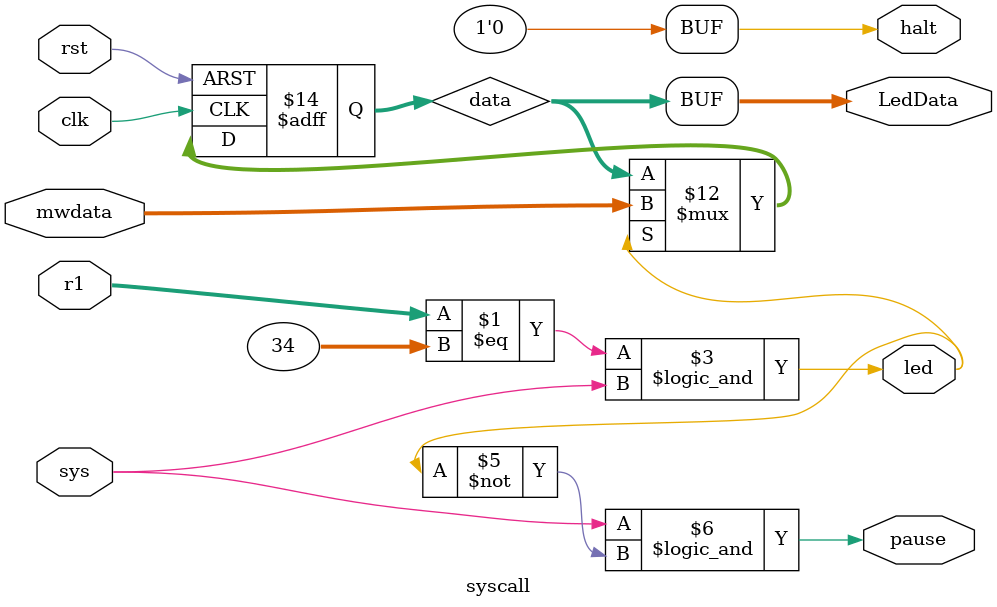
<source format=v>
`timescale 1ns / 1ps

module syscall( input [31:0]r1,mwdata,input clk,rst,sys,
output [31:0]LedData,output led,halt,pause );  //?reg类型的信号？
reg [31:0]data;
//reg led1,halt1,pause

initial begin
    data=0;
end
assign LedData = data;
assign led = (r1==34 && sys == 1);
assign halt = 0;//(r1==10 && sys == 1);
assign pause = (sys == 1 && led==0 && halt==0);

always@(posedge clk or posedge rst)
  begin
    if(rst) data=0;
    else begin
      if(led) begin
        data = mwdata;
      end
    end
  end 
endmodule

</source>
